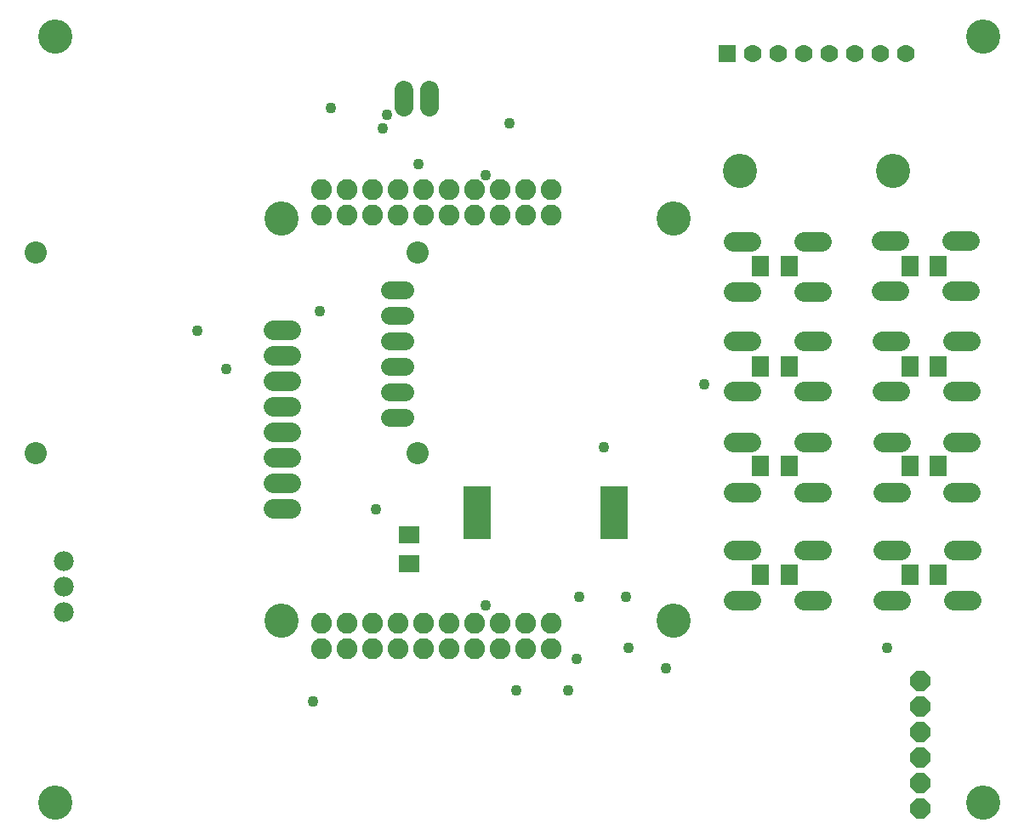
<source format=gbr>
G04 EAGLE Gerber X2 export*
%TF.Part,Single*%
%TF.FileFunction,Soldermask,Bot,1*%
%TF.FilePolarity,Negative*%
%TF.GenerationSoftware,Autodesk,EAGLE,8.7.0*%
%TF.CreationDate,2018-04-01T16:58:45Z*%
G75*
%MOMM*%
%FSLAX34Y34*%
%LPD*%
%AMOC8*
5,1,8,0,0,1.08239X$1,22.5*%
G01*
%ADD10C,3.403200*%
%ADD11C,1.981200*%
%ADD12R,1.803200X2.006200*%
%ADD13C,1.879600*%
%ADD14C,2.082800*%
%ADD15C,1.981200*%
%ADD16R,1.765200X1.765200*%
%ADD17C,1.765200*%
%ADD18C,1.765200*%
%ADD19C,2.203200*%
%ADD20P,2.144431X8X202.500000*%
%ADD21R,2.743200X5.283200*%
%ADD22R,2.006200X1.803200*%
%ADD23C,1.092200*%


D10*
X261874Y238149D03*
X261874Y639167D03*
X651911Y639167D03*
X651911Y238149D03*
X36000Y820000D03*
X36000Y56924D03*
X960000Y820000D03*
X960000Y56924D03*
D11*
X270764Y349758D02*
X252984Y349758D01*
X252984Y375158D02*
X270764Y375158D01*
X270764Y400558D02*
X252984Y400558D01*
X252984Y425958D02*
X270764Y425958D01*
X270764Y451358D02*
X252984Y451358D01*
X252984Y476758D02*
X270764Y476758D01*
X270764Y502158D02*
X252984Y502158D01*
X252984Y527558D02*
X270764Y527558D01*
D12*
X766784Y591299D03*
X738344Y591299D03*
X766784Y392487D03*
X738344Y392487D03*
X915623Y591299D03*
X887183Y591299D03*
X915623Y491746D03*
X887183Y491746D03*
X915623Y392487D03*
X887183Y392487D03*
X915623Y283774D03*
X887183Y283774D03*
X766784Y491746D03*
X738344Y491746D03*
D11*
X729248Y616299D02*
X711468Y616299D01*
X711468Y566299D02*
X729248Y566299D01*
X781468Y616299D02*
X799248Y616299D01*
X799248Y566299D02*
X781468Y566299D01*
D13*
X408902Y749651D02*
X408902Y766415D01*
X383502Y766415D02*
X383502Y749651D01*
D11*
X711468Y416607D02*
X729248Y416607D01*
X729248Y366607D02*
X711468Y366607D01*
X781468Y416607D02*
X799248Y416607D01*
X799248Y366607D02*
X781468Y366607D01*
X858834Y616924D02*
X876614Y616924D01*
X876614Y566924D02*
X858834Y566924D01*
X928834Y616924D02*
X946614Y616924D01*
X946614Y566924D02*
X928834Y566924D01*
X877122Y516746D02*
X859342Y516746D01*
X859342Y466746D02*
X877122Y466746D01*
X929342Y516746D02*
X947122Y516746D01*
X947122Y466746D02*
X929342Y466746D01*
X877630Y416607D02*
X859850Y416607D01*
X859850Y366607D02*
X877630Y366607D01*
X929850Y416607D02*
X947630Y416607D01*
X947630Y366607D02*
X929850Y366607D01*
X878392Y308774D02*
X860612Y308774D01*
X860612Y258774D02*
X878392Y258774D01*
X930612Y308774D02*
X948392Y308774D01*
X948392Y258774D02*
X930612Y258774D01*
X729248Y516746D02*
X711468Y516746D01*
X711468Y466746D02*
X729248Y466746D01*
X781468Y516746D02*
X799248Y516746D01*
X799248Y466746D02*
X781468Y466746D01*
D14*
X327152Y667512D03*
X327152Y642112D03*
X352552Y667512D03*
X352552Y642112D03*
X377952Y667512D03*
X377952Y642112D03*
X403352Y642112D03*
X403352Y667512D03*
X428752Y667512D03*
X428752Y642112D03*
X454152Y642112D03*
X454152Y667512D03*
X479552Y667512D03*
X479552Y642112D03*
X504952Y642112D03*
X504952Y667512D03*
X530352Y642112D03*
X530352Y667512D03*
X301752Y667512D03*
X301752Y642112D03*
X327152Y235712D03*
X327152Y210312D03*
X352552Y210312D03*
X352552Y235712D03*
X377952Y235712D03*
X377952Y210312D03*
X403352Y210312D03*
X403352Y235712D03*
X428752Y235712D03*
X428752Y210312D03*
X454152Y210312D03*
X454152Y235712D03*
X479552Y235712D03*
X479552Y210312D03*
X504952Y210312D03*
X504952Y235712D03*
X530352Y210312D03*
X530352Y235712D03*
X301752Y235712D03*
X301752Y210312D03*
D15*
X44704Y297688D03*
X44704Y272288D03*
X44704Y246888D03*
D16*
X704991Y803173D03*
D17*
X730391Y803173D03*
X755791Y803173D03*
X781191Y803173D03*
X806591Y803173D03*
X831991Y803173D03*
X857391Y803173D03*
X882791Y803173D03*
D10*
X717691Y686173D03*
X870091Y686173D03*
D18*
X384631Y567382D02*
X369011Y567382D01*
X369011Y541982D02*
X384631Y541982D01*
X384631Y516582D02*
X369011Y516582D01*
X369011Y491182D02*
X384631Y491182D01*
X384631Y465782D02*
X369011Y465782D01*
X369011Y440382D02*
X384631Y440382D01*
D19*
X396821Y604934D03*
X396821Y404862D03*
X16689Y604934D03*
X16689Y404862D03*
D20*
X897693Y51260D03*
X897693Y76660D03*
X897693Y102060D03*
X897693Y127460D03*
X897693Y152860D03*
X897693Y178260D03*
D11*
X729248Y308774D02*
X711468Y308774D01*
X711468Y258774D02*
X729248Y258774D01*
X781468Y308774D02*
X799248Y308774D01*
X799248Y258774D02*
X781468Y258774D01*
D12*
X766784Y283774D03*
X738344Y283774D03*
D21*
X456510Y346202D03*
X592510Y346202D03*
D22*
X388620Y295406D03*
X388620Y323846D03*
D23*
X355600Y348933D03*
X582295Y411163D03*
X362268Y728980D03*
X397828Y693420D03*
X177800Y526733D03*
X366713Y742315D03*
X206693Y488950D03*
X293370Y157798D03*
X644525Y191135D03*
X300038Y546735D03*
X488950Y733425D03*
X311150Y748983D03*
X464503Y682308D03*
X682308Y473393D03*
X555625Y200025D03*
X546735Y168910D03*
X495618Y168910D03*
X604520Y262255D03*
X557848Y262255D03*
X864553Y211138D03*
X606743Y211138D03*
X464503Y253365D03*
M02*

</source>
